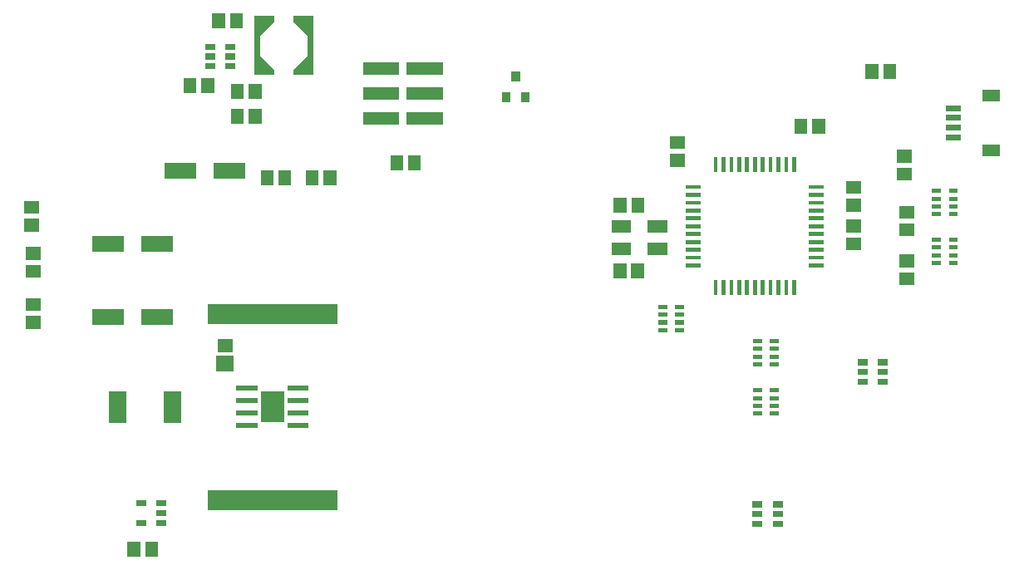
<source format=gbr>
G04 start of page 10 for group -4015 idx -4015 *
G04 Title: (unknown), toppaste *
G04 Creator: pcb 4.0.2 *
G04 CreationDate: Wed Jun 16 02:52:31 2021 UTC *
G04 For: railfan *
G04 Format: Gerber/RS-274X *
G04 PCB-Dimensions (mil): 4000.00 2900.00 *
G04 PCB-Coordinate-Origin: lower left *
%MOIN*%
%FSLAX25Y25*%
%LNTOPPASTE*%
%ADD82C,0.0001*%
G54D82*G36*
X298880Y133060D02*Y131388D01*
X302424D01*
Y133060D01*
X298880D01*
G37*
G36*
Y129912D02*Y128238D01*
X302424D01*
Y129912D01*
X298880D01*
G37*
G36*
Y126762D02*Y125088D01*
X302424D01*
Y126762D01*
X298880D01*
G37*
G36*
Y123612D02*Y121940D01*
X302424D01*
Y123612D01*
X298880D01*
G37*
G36*
X305576D02*Y121940D01*
X309120D01*
Y123612D01*
X305576D01*
G37*
G36*
Y126762D02*Y125088D01*
X309120D01*
Y126762D01*
X305576D01*
G37*
G36*
Y129912D02*Y128238D01*
X309120D01*
Y129912D01*
X305576D01*
G37*
G36*
Y133060D02*Y131388D01*
X309120D01*
Y133060D01*
X305576D01*
G37*
G36*
X348973Y262952D02*X343855D01*
Y257048D01*
X348973D01*
Y262952D01*
G37*
G36*
X356059D02*X350941D01*
Y257048D01*
X356059D01*
Y262952D01*
G37*
G36*
X62858Y223450D02*Y217150D01*
X75457D01*
Y223450D01*
X62858D01*
G37*
G36*
X82543D02*Y217150D01*
X95142D01*
Y223450D01*
X82543D01*
G37*
G36*
X158473Y226452D02*X153355D01*
Y220548D01*
X158473D01*
Y226452D01*
G37*
G36*
X165559D02*X160441D01*
Y220548D01*
X165559D01*
Y226452D01*
G37*
G36*
X60102Y71452D02*X54984D01*
Y65548D01*
X60102D01*
Y71452D01*
G37*
G36*
X53016D02*X47898D01*
Y65548D01*
X53016D01*
Y71452D01*
G37*
G36*
X142376Y263600D02*Y258600D01*
X156864D01*
Y263600D01*
X142376D01*
G37*
G36*
Y253600D02*Y248600D01*
X156864D01*
Y253600D01*
X142376D01*
G37*
G36*
Y243600D02*Y238600D01*
X156864D01*
Y243600D01*
X142376D01*
G37*
G36*
X159856D02*Y238600D01*
X174344D01*
Y243600D01*
X159856D01*
G37*
G36*
Y253600D02*Y248600D01*
X174344D01*
Y253600D01*
X159856D01*
G37*
G36*
Y263600D02*Y258600D01*
X174344D01*
Y263600D01*
X159856D01*
G37*
G36*
X101602Y255052D02*X96484D01*
Y249148D01*
X101602D01*
Y255052D01*
G37*
G36*
X94516D02*X89398D01*
Y249148D01*
X94516D01*
Y255052D01*
G37*
G36*
X75516Y257452D02*X70398D01*
Y251548D01*
X75516D01*
Y257452D01*
G37*
G36*
X82602D02*X77484D01*
Y251548D01*
X82602D01*
Y257452D01*
G37*
G36*
X79000Y271200D02*Y268800D01*
X83000D01*
Y271200D01*
X79000D01*
G37*
G36*
Y267300D02*Y264900D01*
X83000D01*
Y267300D01*
X79000D01*
G37*
G36*
Y263400D02*Y261000D01*
X83000D01*
Y263400D01*
X79000D01*
G37*
G36*
X87200D02*Y261000D01*
X91200D01*
Y263400D01*
X87200D01*
G37*
G36*
Y267300D02*Y264900D01*
X91200D01*
Y267300D01*
X87200D01*
G37*
G36*
Y271200D02*Y268800D01*
X91200D01*
Y271200D01*
X87200D01*
G37*
G36*
X101602Y245152D02*X96484D01*
Y239248D01*
X101602D01*
Y245152D01*
G37*
G36*
X94516D02*X89398D01*
Y239248D01*
X94516D01*
Y245152D01*
G37*
G36*
X101000Y282300D02*X98700D01*
Y258600D01*
X101000D01*
Y282300D01*
G37*
G36*
X98700Y260900D02*Y258600D01*
X106600D01*
Y260900D01*
X98700D01*
G37*
G36*
Y282300D02*Y280000D01*
X106600D01*
Y282300D01*
X98700D01*
G37*
G36*
X122400D02*X120100D01*
Y258600D01*
X122400D01*
Y282300D01*
G37*
G36*
X114500Y260900D02*Y258600D01*
X122400D01*
Y260900D01*
X114500D01*
G37*
G36*
Y282300D02*Y280000D01*
X122400D01*
Y282300D01*
X114500D01*
G37*
G36*
X101000Y266494D02*X98879Y264373D01*
X104473Y258779D01*
X106594Y260900D01*
X101000Y266494D01*
G37*
G36*
X106594Y280000D02*X104473Y282121D01*
X98879Y276527D01*
X101000Y274406D01*
X106594Y280000D01*
G37*
G36*
X122221Y264373D02*X120100Y266494D01*
X114506Y260900D01*
X116627Y258779D01*
X122221Y264373D01*
G37*
G36*
X116627Y282121D02*X114506Y280000D01*
X120100Y274406D01*
X122221Y276527D01*
X116627Y282121D01*
G37*
G36*
X99200Y262700D02*Y259100D01*
X102800D01*
Y262700D01*
X99200D01*
G37*
G36*
Y281800D02*Y278200D01*
X102800D01*
Y281800D01*
X99200D01*
G37*
G36*
X118300Y262700D02*Y259100D01*
X121900D01*
Y262700D01*
X118300D01*
G37*
G36*
Y281800D02*Y278200D01*
X121900D01*
Y281800D01*
X118300D01*
G37*
G36*
X6548Y200973D02*Y195855D01*
X12452D01*
Y200973D01*
X6548D01*
G37*
G36*
Y208059D02*Y202941D01*
X12452D01*
Y208059D01*
X6548D01*
G37*
G36*
X87016Y283452D02*X81898D01*
Y277548D01*
X87016D01*
Y283452D01*
G37*
G36*
X94102D02*X88984D01*
Y277548D01*
X94102D01*
Y283452D01*
G37*
G36*
X53543Y164650D02*Y158350D01*
X66142D01*
Y164650D01*
X53543D01*
G37*
G36*
X33858D02*Y158350D01*
X46457D01*
Y164650D01*
X33858D01*
G37*
G36*
X53543Y194150D02*Y187850D01*
X66142D01*
Y194150D01*
X53543D01*
G37*
G36*
X33858D02*Y187850D01*
X46457D01*
Y194150D01*
X33858D01*
G37*
G36*
X112000Y119000D02*Y117000D01*
X120500D01*
Y119000D01*
X112000D01*
G37*
G36*
Y124000D02*Y122000D01*
X120500D01*
Y124000D01*
X112000D01*
G37*
G36*
Y129000D02*Y127000D01*
X120500D01*
Y129000D01*
X112000D01*
G37*
G36*
Y134000D02*Y132000D01*
X120500D01*
Y134000D01*
X112000D01*
G37*
G36*
X91500D02*Y132000D01*
X100000D01*
Y134000D01*
X91500D01*
G37*
G36*
Y129000D02*Y127000D01*
X100000D01*
Y129000D01*
X91500D01*
G37*
G36*
Y124000D02*Y122000D01*
X100000D01*
Y124000D01*
X91500D01*
G37*
G36*
Y119000D02*Y117000D01*
X100000D01*
Y119000D01*
X91500D01*
G37*
G36*
X109250Y129830D02*X102750D01*
Y121170D01*
X109250D01*
Y129830D01*
G37*
G36*
X110725Y131605D02*X101275D01*
Y119395D01*
X110725D01*
Y131605D01*
G37*
G36*
X106473Y220452D02*X101355D01*
Y214548D01*
X106473D01*
Y220452D01*
G37*
G36*
X113559D02*X108441D01*
Y214548D01*
X113559D01*
Y220452D01*
G37*
G36*
X51300Y88000D02*Y85600D01*
X55300D01*
Y88000D01*
X51300D01*
G37*
G36*
Y80200D02*Y77800D01*
X55300D01*
Y80200D01*
X51300D01*
G37*
G36*
X59500D02*Y77800D01*
X63500D01*
Y80200D01*
X59500D01*
G37*
G36*
Y84100D02*Y81700D01*
X63500D01*
Y84100D01*
X59500D01*
G37*
G36*
Y88000D02*Y85600D01*
X63500D01*
Y88000D01*
X59500D01*
G37*
G36*
X124516Y220452D02*X119398D01*
Y214548D01*
X124516D01*
Y220452D01*
G37*
G36*
X131602D02*X126484D01*
Y214548D01*
X131602D01*
Y220452D01*
G37*
G36*
X7048Y162016D02*Y156898D01*
X12952D01*
Y162016D01*
X7048D01*
G37*
G36*
Y169102D02*Y163984D01*
X12952D01*
Y169102D01*
X7048D01*
G37*
G36*
X255102Y209452D02*X249984D01*
Y203548D01*
X255102D01*
Y209452D01*
G37*
G36*
X248016D02*X242898D01*
Y203548D01*
X248016D01*
Y209452D01*
G37*
G36*
X247930Y182952D02*X242812D01*
Y177048D01*
X247930D01*
Y182952D01*
G37*
G36*
X255016D02*X249898D01*
Y177048D01*
X255016D01*
Y182952D01*
G37*
G36*
X271815Y214535D02*Y212961D01*
X277815D01*
Y214535D01*
X271815D01*
G37*
G36*
Y211386D02*Y209812D01*
X277815D01*
Y211386D01*
X271815D01*
G37*
G36*
Y208236D02*Y206662D01*
X277815D01*
Y208236D01*
X271815D01*
G37*
G36*
Y205087D02*Y203513D01*
X277815D01*
Y205087D01*
X271815D01*
G37*
G36*
Y201937D02*Y200363D01*
X277815D01*
Y201937D01*
X271815D01*
G37*
G36*
Y198787D02*Y197213D01*
X277815D01*
Y198787D01*
X271815D01*
G37*
G36*
Y195638D02*Y194064D01*
X277815D01*
Y195638D01*
X271815D01*
G37*
G36*
Y192488D02*Y190914D01*
X277815D01*
Y192488D01*
X271815D01*
G37*
G36*
Y189339D02*Y187765D01*
X277815D01*
Y189339D01*
X271815D01*
G37*
G36*
Y186189D02*Y184615D01*
X277815D01*
Y186189D01*
X271815D01*
G37*
G36*
Y183039D02*Y181465D01*
X277815D01*
Y183039D01*
X271815D01*
G37*
G36*
X284539Y176315D02*X282965D01*
Y170315D01*
X284539D01*
Y176315D01*
G37*
G36*
X287688D02*X286114D01*
Y170315D01*
X287688D01*
Y176315D01*
G37*
G36*
X290838D02*X289264D01*
Y170315D01*
X290838D01*
Y176315D01*
G37*
G36*
X293987D02*X292413D01*
Y170315D01*
X293987D01*
Y176315D01*
G37*
G36*
X297137D02*X295563D01*
Y170315D01*
X297137D01*
Y176315D01*
G37*
G36*
X300287D02*X298713D01*
Y170315D01*
X300287D01*
Y176315D01*
G37*
G36*
X303436D02*X301862D01*
Y170315D01*
X303436D01*
Y176315D01*
G37*
G36*
X306586D02*X305012D01*
Y170315D01*
X306586D01*
Y176315D01*
G37*
G36*
X309735D02*X308161D01*
Y170315D01*
X309735D01*
Y176315D01*
G37*
G36*
X312885D02*X311311D01*
Y170315D01*
X312885D01*
Y176315D01*
G37*
G36*
X316035D02*X314461D01*
Y170315D01*
X316035D01*
Y176315D01*
G37*
G36*
X321185Y183039D02*Y181465D01*
X327185D01*
Y183039D01*
X321185D01*
G37*
G36*
Y186188D02*Y184614D01*
X327185D01*
Y186188D01*
X321185D01*
G37*
G36*
Y189338D02*Y187764D01*
X327185D01*
Y189338D01*
X321185D01*
G37*
G36*
Y192487D02*Y190913D01*
X327185D01*
Y192487D01*
X321185D01*
G37*
G36*
Y195637D02*Y194063D01*
X327185D01*
Y195637D01*
X321185D01*
G37*
G36*
Y198787D02*Y197213D01*
X327185D01*
Y198787D01*
X321185D01*
G37*
G36*
Y201936D02*Y200362D01*
X327185D01*
Y201936D01*
X321185D01*
G37*
G36*
Y205086D02*Y203512D01*
X327185D01*
Y205086D01*
X321185D01*
G37*
G36*
Y208235D02*Y206661D01*
X327185D01*
Y208235D01*
X321185D01*
G37*
G36*
Y211385D02*Y209811D01*
X327185D01*
Y211385D01*
X321185D01*
G37*
G36*
Y214535D02*Y212961D01*
X327185D01*
Y214535D01*
X321185D01*
G37*
G36*
X316035Y225685D02*X314461D01*
Y219685D01*
X316035D01*
Y225685D01*
G37*
G36*
X312886D02*X311312D01*
Y219685D01*
X312886D01*
Y225685D01*
G37*
G36*
X309736D02*X308162D01*
Y219685D01*
X309736D01*
Y225685D01*
G37*
G36*
X306587D02*X305013D01*
Y219685D01*
X306587D01*
Y225685D01*
G37*
G36*
X303437D02*X301863D01*
Y219685D01*
X303437D01*
Y225685D01*
G37*
G36*
X300287D02*X298713D01*
Y219685D01*
X300287D01*
Y225685D01*
G37*
G36*
X297138D02*X295564D01*
Y219685D01*
X297138D01*
Y225685D01*
G37*
G36*
X293988D02*X292414D01*
Y219685D01*
X293988D01*
Y225685D01*
G37*
G36*
X290839D02*X289265D01*
Y219685D01*
X290839D01*
Y225685D01*
G37*
G36*
X287689D02*X286115D01*
Y219685D01*
X287689D01*
Y225685D01*
G37*
G36*
X284539D02*X282965D01*
Y219685D01*
X284539D01*
Y225685D01*
G37*
G36*
X241997Y191503D02*Y186385D01*
X249870D01*
Y191503D01*
X241997D01*
G37*
G36*
X256564D02*Y186385D01*
X264437D01*
Y191503D01*
X256564D01*
G37*
G36*
Y200559D02*Y195441D01*
X264437D01*
Y200559D01*
X256564D01*
G37*
G36*
X241997D02*Y195441D01*
X249870D01*
Y200559D01*
X241997D01*
G37*
G36*
X336048Y193516D02*Y188398D01*
X341952D01*
Y193516D01*
X336048D01*
G37*
G36*
Y200602D02*Y195484D01*
X341952D01*
Y200602D01*
X336048D01*
G37*
G36*
X265548Y227016D02*Y221898D01*
X271452D01*
Y227016D01*
X265548D01*
G37*
G36*
Y234102D02*Y228984D01*
X271452D01*
Y234102D01*
X265548D01*
G37*
G36*
X260880Y166560D02*Y164888D01*
X264424D01*
Y166560D01*
X260880D01*
G37*
G36*
Y163412D02*Y161738D01*
X264424D01*
Y163412D01*
X260880D01*
G37*
G36*
Y160262D02*Y158588D01*
X264424D01*
Y160262D01*
X260880D01*
G37*
G36*
Y157112D02*Y155440D01*
X264424D01*
Y157112D01*
X260880D01*
G37*
G36*
X267576D02*Y155440D01*
X271120D01*
Y157112D01*
X267576D01*
G37*
G36*
Y160262D02*Y158588D01*
X271120D01*
Y160262D01*
X267576D01*
G37*
G36*
Y163412D02*Y161738D01*
X271120D01*
Y163412D01*
X267576D01*
G37*
G36*
Y166560D02*Y164888D01*
X271120D01*
Y166560D01*
X267576D01*
G37*
G36*
X306600Y79800D02*Y77400D01*
X310600D01*
Y79800D01*
X306600D01*
G37*
G36*
Y83700D02*Y81300D01*
X310600D01*
Y83700D01*
X306600D01*
G37*
G36*
Y87600D02*Y85200D01*
X310600D01*
Y87600D01*
X306600D01*
G37*
G36*
X298400D02*Y85200D01*
X302400D01*
Y87600D01*
X298400D01*
G37*
G36*
Y83700D02*Y81300D01*
X302400D01*
Y83700D01*
X298400D01*
G37*
G36*
Y79800D02*Y77400D01*
X302400D01*
Y79800D01*
X298400D01*
G37*
G36*
X7048Y182516D02*Y177398D01*
X12952D01*
Y182516D01*
X7048D01*
G37*
G36*
Y189602D02*Y184484D01*
X12952D01*
Y189602D01*
X7048D01*
G37*
G36*
X201400Y251800D02*X198000D01*
Y247800D01*
X201400D01*
Y251800D01*
G37*
G36*
X209200D02*X205800D01*
Y247800D01*
X209200D01*
Y251800D01*
G37*
G36*
X205300Y260000D02*X201900D01*
Y256000D01*
X205300D01*
Y260000D01*
G37*
G36*
X336048Y216102D02*Y210984D01*
X341952D01*
Y216102D01*
X336048D01*
G37*
G36*
Y209016D02*Y203898D01*
X341952D01*
Y209016D01*
X336048D01*
G37*
G36*
X320516Y240952D02*X315398D01*
Y235048D01*
X320516D01*
Y240952D01*
G37*
G36*
X327602D02*X322484D01*
Y235048D01*
X327602D01*
Y240952D01*
G37*
G36*
X375949Y234775D02*Y232413D01*
X382051D01*
Y234775D01*
X375949D01*
G37*
G36*
Y238712D02*Y236350D01*
X382051D01*
Y238712D01*
X375949D01*
G37*
G36*
Y242650D02*Y240288D01*
X382051D01*
Y242650D01*
X375949D01*
G37*
G36*
Y246587D02*Y244225D01*
X382051D01*
Y246587D01*
X375949D01*
G37*
G36*
X390713Y230838D02*Y226114D01*
X397799D01*
Y230838D01*
X390713D01*
G37*
G36*
Y252886D02*Y248162D01*
X397799D01*
Y252886D01*
X390713D01*
G37*
G36*
X377276Y184012D02*Y182340D01*
X380820D01*
Y184012D01*
X377276D01*
G37*
G36*
Y187162D02*Y185488D01*
X380820D01*
Y187162D01*
X377276D01*
G37*
G36*
Y190312D02*Y188638D01*
X380820D01*
Y190312D01*
X377276D01*
G37*
G36*
Y193460D02*Y191788D01*
X380820D01*
Y193460D01*
X377276D01*
G37*
G36*
X370580D02*Y191788D01*
X374124D01*
Y193460D01*
X370580D01*
G37*
G36*
Y190312D02*Y188638D01*
X374124D01*
Y190312D01*
X370580D01*
G37*
G36*
Y187162D02*Y185488D01*
X374124D01*
Y187162D01*
X370580D01*
G37*
G36*
Y184012D02*Y182340D01*
X374124D01*
Y184012D01*
X370580D01*
G37*
G36*
X377276Y203612D02*Y201940D01*
X380820D01*
Y203612D01*
X377276D01*
G37*
G36*
Y206761D02*Y205089D01*
X380820D01*
Y206761D01*
X377276D01*
G37*
G36*
Y209911D02*Y208239D01*
X380820D01*
Y209911D01*
X377276D01*
G37*
G36*
Y213060D02*Y211388D01*
X380820D01*
Y213060D01*
X377276D01*
G37*
G36*
X370580D02*Y211388D01*
X374124D01*
Y213060D01*
X370580D01*
G37*
G36*
Y209911D02*Y208239D01*
X374124D01*
Y209911D01*
X370580D01*
G37*
G36*
Y206761D02*Y205089D01*
X374124D01*
Y206761D01*
X370580D01*
G37*
G36*
Y203612D02*Y201940D01*
X374124D01*
Y203612D01*
X370580D01*
G37*
G36*
X357548Y206202D02*Y201084D01*
X363452D01*
Y206202D01*
X357548D01*
G37*
G36*
Y199116D02*Y193998D01*
X363452D01*
Y199116D01*
X357548D01*
G37*
G36*
X356548Y221516D02*Y216398D01*
X362452D01*
Y221516D01*
X356548D01*
G37*
G36*
Y228602D02*Y223484D01*
X362452D01*
Y228602D01*
X356548D01*
G37*
G36*
X357548Y179516D02*Y174398D01*
X363452D01*
Y179516D01*
X357548D01*
G37*
G36*
Y186602D02*Y181484D01*
X363452D01*
Y186602D01*
X357548D01*
G37*
G36*
X69568Y131800D02*X62481D01*
Y119201D01*
X69568D01*
Y131800D01*
G37*
G36*
X47519D02*X40432D01*
Y119201D01*
X47519D01*
Y131800D01*
G37*
G36*
X84048Y152602D02*Y147484D01*
X89952D01*
Y152602D01*
X84048D01*
G37*
G36*
X83548Y146016D02*Y139898D01*
X90452D01*
Y146016D01*
X83548D01*
G37*
G36*
X298880Y152860D02*Y151188D01*
X302424D01*
Y152860D01*
X298880D01*
G37*
G36*
Y149712D02*Y148038D01*
X302424D01*
Y149712D01*
X298880D01*
G37*
G36*
Y146562D02*Y144888D01*
X302424D01*
Y146562D01*
X298880D01*
G37*
G36*
Y143412D02*Y141740D01*
X302424D01*
Y143412D01*
X298880D01*
G37*
G36*
X305576D02*Y141740D01*
X309120D01*
Y143412D01*
X305576D01*
G37*
G36*
Y146562D02*Y144888D01*
X309120D01*
Y146562D01*
X305576D01*
G37*
G36*
Y149712D02*Y148038D01*
X309120D01*
Y149712D01*
X305576D01*
G37*
G36*
Y152860D02*Y151188D01*
X309120D01*
Y152860D01*
X305576D01*
G37*
G36*
X348900Y136800D02*Y134400D01*
X352900D01*
Y136800D01*
X348900D01*
G37*
G36*
Y140700D02*Y138300D01*
X352900D01*
Y140700D01*
X348900D01*
G37*
G36*
Y144600D02*Y142200D01*
X352900D01*
Y144600D01*
X348900D01*
G37*
G36*
X340700D02*Y142200D01*
X344700D01*
Y144600D01*
X340700D01*
G37*
G36*
Y140700D02*Y138300D01*
X344700D01*
Y140700D01*
X340700D01*
G37*
G36*
Y136800D02*Y134400D01*
X344700D01*
Y136800D01*
X340700D01*
G37*
G36*
X80000Y92098D02*Y84098D01*
X132000D01*
Y92098D01*
X80000D01*
G37*
G36*
Y166902D02*Y158902D01*
X132000D01*
Y166902D01*
X80000D01*
G37*
M02*

</source>
